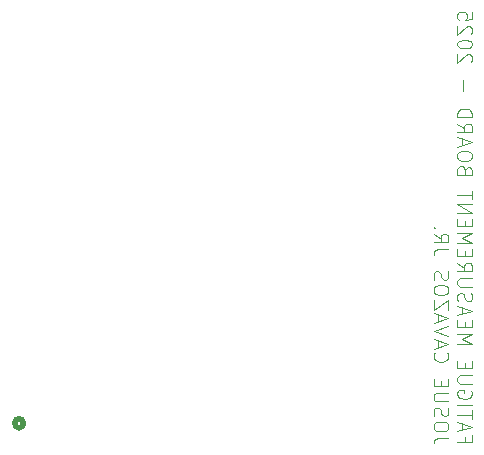
<source format=gbr>
%TF.GenerationSoftware,KiCad,Pcbnew,9.0.0*%
%TF.CreationDate,2025-02-25T08:09:40-06:00*%
%TF.ProjectId,Fatigue Test Board,46617469-6775-4652-9054-65737420426f,-*%
%TF.SameCoordinates,Original*%
%TF.FileFunction,Legend,Bot*%
%TF.FilePolarity,Positive*%
%FSLAX46Y46*%
G04 Gerber Fmt 4.6, Leading zero omitted, Abs format (unit mm)*
G04 Created by KiCad (PCBNEW 9.0.0) date 2025-02-25 08:09:40*
%MOMM*%
%LPD*%
G01*
G04 APERTURE LIST*
%ADD10C,0.125000*%
%ADD11C,0.508000*%
G04 APERTURE END LIST*
D10*
X169041668Y-128385978D02*
X169041668Y-128802644D01*
X168386906Y-128802644D02*
X169636906Y-128802644D01*
X169636906Y-128802644D02*
X169636906Y-128207406D01*
X168744049Y-127790739D02*
X168744049Y-127195501D01*
X168386906Y-127909787D02*
X169636906Y-127493120D01*
X169636906Y-127493120D02*
X168386906Y-127076454D01*
X169636906Y-126838358D02*
X169636906Y-126124072D01*
X168386906Y-126481215D02*
X169636906Y-126481215D01*
X168386906Y-125707405D02*
X169636906Y-125707405D01*
X169577382Y-124457406D02*
X169636906Y-124576453D01*
X169636906Y-124576453D02*
X169636906Y-124755025D01*
X169636906Y-124755025D02*
X169577382Y-124933596D01*
X169577382Y-124933596D02*
X169458334Y-125052644D01*
X169458334Y-125052644D02*
X169339287Y-125112167D01*
X169339287Y-125112167D02*
X169101191Y-125171691D01*
X169101191Y-125171691D02*
X168922620Y-125171691D01*
X168922620Y-125171691D02*
X168684525Y-125112167D01*
X168684525Y-125112167D02*
X168565477Y-125052644D01*
X168565477Y-125052644D02*
X168446430Y-124933596D01*
X168446430Y-124933596D02*
X168386906Y-124755025D01*
X168386906Y-124755025D02*
X168386906Y-124635977D01*
X168386906Y-124635977D02*
X168446430Y-124457406D01*
X168446430Y-124457406D02*
X168505953Y-124397882D01*
X168505953Y-124397882D02*
X168922620Y-124397882D01*
X168922620Y-124397882D02*
X168922620Y-124635977D01*
X169636906Y-123862167D02*
X168625001Y-123862167D01*
X168625001Y-123862167D02*
X168505953Y-123802644D01*
X168505953Y-123802644D02*
X168446430Y-123743120D01*
X168446430Y-123743120D02*
X168386906Y-123624072D01*
X168386906Y-123624072D02*
X168386906Y-123385977D01*
X168386906Y-123385977D02*
X168446430Y-123266929D01*
X168446430Y-123266929D02*
X168505953Y-123207406D01*
X168505953Y-123207406D02*
X168625001Y-123147882D01*
X168625001Y-123147882D02*
X169636906Y-123147882D01*
X169041668Y-122552643D02*
X169041668Y-122135977D01*
X168386906Y-121957405D02*
X168386906Y-122552643D01*
X168386906Y-122552643D02*
X169636906Y-122552643D01*
X169636906Y-122552643D02*
X169636906Y-121957405D01*
X168386906Y-120469310D02*
X169636906Y-120469310D01*
X169636906Y-120469310D02*
X168744049Y-120052644D01*
X168744049Y-120052644D02*
X169636906Y-119635977D01*
X169636906Y-119635977D02*
X168386906Y-119635977D01*
X169041668Y-119040739D02*
X169041668Y-118624073D01*
X168386906Y-118445501D02*
X168386906Y-119040739D01*
X168386906Y-119040739D02*
X169636906Y-119040739D01*
X169636906Y-119040739D02*
X169636906Y-118445501D01*
X168744049Y-117969311D02*
X168744049Y-117374073D01*
X168386906Y-118088359D02*
X169636906Y-117671692D01*
X169636906Y-117671692D02*
X168386906Y-117255026D01*
X168446430Y-116897882D02*
X168386906Y-116719311D01*
X168386906Y-116719311D02*
X168386906Y-116421692D01*
X168386906Y-116421692D02*
X168446430Y-116302644D01*
X168446430Y-116302644D02*
X168505953Y-116243120D01*
X168505953Y-116243120D02*
X168625001Y-116183597D01*
X168625001Y-116183597D02*
X168744049Y-116183597D01*
X168744049Y-116183597D02*
X168863096Y-116243120D01*
X168863096Y-116243120D02*
X168922620Y-116302644D01*
X168922620Y-116302644D02*
X168982144Y-116421692D01*
X168982144Y-116421692D02*
X169041668Y-116659787D01*
X169041668Y-116659787D02*
X169101191Y-116778835D01*
X169101191Y-116778835D02*
X169160715Y-116838358D01*
X169160715Y-116838358D02*
X169279763Y-116897882D01*
X169279763Y-116897882D02*
X169398810Y-116897882D01*
X169398810Y-116897882D02*
X169517858Y-116838358D01*
X169517858Y-116838358D02*
X169577382Y-116778835D01*
X169577382Y-116778835D02*
X169636906Y-116659787D01*
X169636906Y-116659787D02*
X169636906Y-116362168D01*
X169636906Y-116362168D02*
X169577382Y-116183597D01*
X169636906Y-115647882D02*
X168625001Y-115647882D01*
X168625001Y-115647882D02*
X168505953Y-115588359D01*
X168505953Y-115588359D02*
X168446430Y-115528835D01*
X168446430Y-115528835D02*
X168386906Y-115409787D01*
X168386906Y-115409787D02*
X168386906Y-115171692D01*
X168386906Y-115171692D02*
X168446430Y-115052644D01*
X168446430Y-115052644D02*
X168505953Y-114993121D01*
X168505953Y-114993121D02*
X168625001Y-114933597D01*
X168625001Y-114933597D02*
X169636906Y-114933597D01*
X168386906Y-113624073D02*
X168982144Y-114040739D01*
X168386906Y-114338358D02*
X169636906Y-114338358D01*
X169636906Y-114338358D02*
X169636906Y-113862168D01*
X169636906Y-113862168D02*
X169577382Y-113743120D01*
X169577382Y-113743120D02*
X169517858Y-113683597D01*
X169517858Y-113683597D02*
X169398810Y-113624073D01*
X169398810Y-113624073D02*
X169220239Y-113624073D01*
X169220239Y-113624073D02*
X169101191Y-113683597D01*
X169101191Y-113683597D02*
X169041668Y-113743120D01*
X169041668Y-113743120D02*
X168982144Y-113862168D01*
X168982144Y-113862168D02*
X168982144Y-114338358D01*
X169041668Y-113088358D02*
X169041668Y-112671692D01*
X168386906Y-112493120D02*
X168386906Y-113088358D01*
X168386906Y-113088358D02*
X169636906Y-113088358D01*
X169636906Y-113088358D02*
X169636906Y-112493120D01*
X168386906Y-111957406D02*
X169636906Y-111957406D01*
X169636906Y-111957406D02*
X168744049Y-111540740D01*
X168744049Y-111540740D02*
X169636906Y-111124073D01*
X169636906Y-111124073D02*
X168386906Y-111124073D01*
X169041668Y-110528835D02*
X169041668Y-110112169D01*
X168386906Y-109933597D02*
X168386906Y-110528835D01*
X168386906Y-110528835D02*
X169636906Y-110528835D01*
X169636906Y-110528835D02*
X169636906Y-109933597D01*
X168386906Y-109397883D02*
X169636906Y-109397883D01*
X169636906Y-109397883D02*
X168386906Y-108683598D01*
X168386906Y-108683598D02*
X169636906Y-108683598D01*
X169636906Y-108266931D02*
X169636906Y-107552645D01*
X168386906Y-107909788D02*
X169636906Y-107909788D01*
X169041668Y-105766931D02*
X168982144Y-105588359D01*
X168982144Y-105588359D02*
X168922620Y-105528836D01*
X168922620Y-105528836D02*
X168803572Y-105469312D01*
X168803572Y-105469312D02*
X168625001Y-105469312D01*
X168625001Y-105469312D02*
X168505953Y-105528836D01*
X168505953Y-105528836D02*
X168446430Y-105588359D01*
X168446430Y-105588359D02*
X168386906Y-105707407D01*
X168386906Y-105707407D02*
X168386906Y-106183597D01*
X168386906Y-106183597D02*
X169636906Y-106183597D01*
X169636906Y-106183597D02*
X169636906Y-105766931D01*
X169636906Y-105766931D02*
X169577382Y-105647883D01*
X169577382Y-105647883D02*
X169517858Y-105588359D01*
X169517858Y-105588359D02*
X169398810Y-105528836D01*
X169398810Y-105528836D02*
X169279763Y-105528836D01*
X169279763Y-105528836D02*
X169160715Y-105588359D01*
X169160715Y-105588359D02*
X169101191Y-105647883D01*
X169101191Y-105647883D02*
X169041668Y-105766931D01*
X169041668Y-105766931D02*
X169041668Y-106183597D01*
X169636906Y-104695502D02*
X169636906Y-104457407D01*
X169636906Y-104457407D02*
X169577382Y-104338359D01*
X169577382Y-104338359D02*
X169458334Y-104219312D01*
X169458334Y-104219312D02*
X169220239Y-104159788D01*
X169220239Y-104159788D02*
X168803572Y-104159788D01*
X168803572Y-104159788D02*
X168565477Y-104219312D01*
X168565477Y-104219312D02*
X168446430Y-104338359D01*
X168446430Y-104338359D02*
X168386906Y-104457407D01*
X168386906Y-104457407D02*
X168386906Y-104695502D01*
X168386906Y-104695502D02*
X168446430Y-104814550D01*
X168446430Y-104814550D02*
X168565477Y-104933597D01*
X168565477Y-104933597D02*
X168803572Y-104993121D01*
X168803572Y-104993121D02*
X169220239Y-104993121D01*
X169220239Y-104993121D02*
X169458334Y-104933597D01*
X169458334Y-104933597D02*
X169577382Y-104814550D01*
X169577382Y-104814550D02*
X169636906Y-104695502D01*
X168744049Y-103683597D02*
X168744049Y-103088359D01*
X168386906Y-103802645D02*
X169636906Y-103385978D01*
X169636906Y-103385978D02*
X168386906Y-102969312D01*
X168386906Y-101838359D02*
X168982144Y-102255025D01*
X168386906Y-102552644D02*
X169636906Y-102552644D01*
X169636906Y-102552644D02*
X169636906Y-102076454D01*
X169636906Y-102076454D02*
X169577382Y-101957406D01*
X169577382Y-101957406D02*
X169517858Y-101897883D01*
X169517858Y-101897883D02*
X169398810Y-101838359D01*
X169398810Y-101838359D02*
X169220239Y-101838359D01*
X169220239Y-101838359D02*
X169101191Y-101897883D01*
X169101191Y-101897883D02*
X169041668Y-101957406D01*
X169041668Y-101957406D02*
X168982144Y-102076454D01*
X168982144Y-102076454D02*
X168982144Y-102552644D01*
X168386906Y-101302644D02*
X169636906Y-101302644D01*
X169636906Y-101302644D02*
X169636906Y-101005025D01*
X169636906Y-101005025D02*
X169577382Y-100826454D01*
X169577382Y-100826454D02*
X169458334Y-100707406D01*
X169458334Y-100707406D02*
X169339287Y-100647883D01*
X169339287Y-100647883D02*
X169101191Y-100588359D01*
X169101191Y-100588359D02*
X168922620Y-100588359D01*
X168922620Y-100588359D02*
X168684525Y-100647883D01*
X168684525Y-100647883D02*
X168565477Y-100707406D01*
X168565477Y-100707406D02*
X168446430Y-100826454D01*
X168446430Y-100826454D02*
X168386906Y-101005025D01*
X168386906Y-101005025D02*
X168386906Y-101302644D01*
X168863096Y-99100263D02*
X168863096Y-98147883D01*
X169517858Y-96659787D02*
X169577382Y-96600263D01*
X169577382Y-96600263D02*
X169636906Y-96481216D01*
X169636906Y-96481216D02*
X169636906Y-96183597D01*
X169636906Y-96183597D02*
X169577382Y-96064549D01*
X169577382Y-96064549D02*
X169517858Y-96005025D01*
X169517858Y-96005025D02*
X169398810Y-95945502D01*
X169398810Y-95945502D02*
X169279763Y-95945502D01*
X169279763Y-95945502D02*
X169101191Y-96005025D01*
X169101191Y-96005025D02*
X168386906Y-96719311D01*
X168386906Y-96719311D02*
X168386906Y-95945502D01*
X169636906Y-95171692D02*
X169636906Y-95052645D01*
X169636906Y-95052645D02*
X169577382Y-94933597D01*
X169577382Y-94933597D02*
X169517858Y-94874073D01*
X169517858Y-94874073D02*
X169398810Y-94814549D01*
X169398810Y-94814549D02*
X169160715Y-94755026D01*
X169160715Y-94755026D02*
X168863096Y-94755026D01*
X168863096Y-94755026D02*
X168625001Y-94814549D01*
X168625001Y-94814549D02*
X168505953Y-94874073D01*
X168505953Y-94874073D02*
X168446430Y-94933597D01*
X168446430Y-94933597D02*
X168386906Y-95052645D01*
X168386906Y-95052645D02*
X168386906Y-95171692D01*
X168386906Y-95171692D02*
X168446430Y-95290740D01*
X168446430Y-95290740D02*
X168505953Y-95350264D01*
X168505953Y-95350264D02*
X168625001Y-95409787D01*
X168625001Y-95409787D02*
X168863096Y-95469311D01*
X168863096Y-95469311D02*
X169160715Y-95469311D01*
X169160715Y-95469311D02*
X169398810Y-95409787D01*
X169398810Y-95409787D02*
X169517858Y-95350264D01*
X169517858Y-95350264D02*
X169577382Y-95290740D01*
X169577382Y-95290740D02*
X169636906Y-95171692D01*
X169517858Y-94278835D02*
X169577382Y-94219311D01*
X169577382Y-94219311D02*
X169636906Y-94100264D01*
X169636906Y-94100264D02*
X169636906Y-93802645D01*
X169636906Y-93802645D02*
X169577382Y-93683597D01*
X169577382Y-93683597D02*
X169517858Y-93624073D01*
X169517858Y-93624073D02*
X169398810Y-93564550D01*
X169398810Y-93564550D02*
X169279763Y-93564550D01*
X169279763Y-93564550D02*
X169101191Y-93624073D01*
X169101191Y-93624073D02*
X168386906Y-94338359D01*
X168386906Y-94338359D02*
X168386906Y-93564550D01*
X169636906Y-92433597D02*
X169636906Y-93028835D01*
X169636906Y-93028835D02*
X169041668Y-93088359D01*
X169041668Y-93088359D02*
X169101191Y-93028835D01*
X169101191Y-93028835D02*
X169160715Y-92909788D01*
X169160715Y-92909788D02*
X169160715Y-92612169D01*
X169160715Y-92612169D02*
X169101191Y-92493121D01*
X169101191Y-92493121D02*
X169041668Y-92433597D01*
X169041668Y-92433597D02*
X168922620Y-92374074D01*
X168922620Y-92374074D02*
X168625001Y-92374074D01*
X168625001Y-92374074D02*
X168505953Y-92433597D01*
X168505953Y-92433597D02*
X168446430Y-92493121D01*
X168446430Y-92493121D02*
X168386906Y-92612169D01*
X168386906Y-92612169D02*
X168386906Y-92909788D01*
X168386906Y-92909788D02*
X168446430Y-93028835D01*
X168446430Y-93028835D02*
X168505953Y-93088359D01*
X167624476Y-128445502D02*
X166731619Y-128445502D01*
X166731619Y-128445502D02*
X166553047Y-128505025D01*
X166553047Y-128505025D02*
X166434000Y-128624073D01*
X166434000Y-128624073D02*
X166374476Y-128802644D01*
X166374476Y-128802644D02*
X166374476Y-128921692D01*
X167624476Y-127612168D02*
X167624476Y-127374073D01*
X167624476Y-127374073D02*
X167564952Y-127255025D01*
X167564952Y-127255025D02*
X167445904Y-127135978D01*
X167445904Y-127135978D02*
X167207809Y-127076454D01*
X167207809Y-127076454D02*
X166791142Y-127076454D01*
X166791142Y-127076454D02*
X166553047Y-127135978D01*
X166553047Y-127135978D02*
X166434000Y-127255025D01*
X166434000Y-127255025D02*
X166374476Y-127374073D01*
X166374476Y-127374073D02*
X166374476Y-127612168D01*
X166374476Y-127612168D02*
X166434000Y-127731216D01*
X166434000Y-127731216D02*
X166553047Y-127850263D01*
X166553047Y-127850263D02*
X166791142Y-127909787D01*
X166791142Y-127909787D02*
X167207809Y-127909787D01*
X167207809Y-127909787D02*
X167445904Y-127850263D01*
X167445904Y-127850263D02*
X167564952Y-127731216D01*
X167564952Y-127731216D02*
X167624476Y-127612168D01*
X166434000Y-126600263D02*
X166374476Y-126421692D01*
X166374476Y-126421692D02*
X166374476Y-126124073D01*
X166374476Y-126124073D02*
X166434000Y-126005025D01*
X166434000Y-126005025D02*
X166493523Y-125945501D01*
X166493523Y-125945501D02*
X166612571Y-125885978D01*
X166612571Y-125885978D02*
X166731619Y-125885978D01*
X166731619Y-125885978D02*
X166850666Y-125945501D01*
X166850666Y-125945501D02*
X166910190Y-126005025D01*
X166910190Y-126005025D02*
X166969714Y-126124073D01*
X166969714Y-126124073D02*
X167029238Y-126362168D01*
X167029238Y-126362168D02*
X167088761Y-126481216D01*
X167088761Y-126481216D02*
X167148285Y-126540739D01*
X167148285Y-126540739D02*
X167267333Y-126600263D01*
X167267333Y-126600263D02*
X167386380Y-126600263D01*
X167386380Y-126600263D02*
X167505428Y-126540739D01*
X167505428Y-126540739D02*
X167564952Y-126481216D01*
X167564952Y-126481216D02*
X167624476Y-126362168D01*
X167624476Y-126362168D02*
X167624476Y-126064549D01*
X167624476Y-126064549D02*
X167564952Y-125885978D01*
X167624476Y-125350263D02*
X166612571Y-125350263D01*
X166612571Y-125350263D02*
X166493523Y-125290740D01*
X166493523Y-125290740D02*
X166434000Y-125231216D01*
X166434000Y-125231216D02*
X166374476Y-125112168D01*
X166374476Y-125112168D02*
X166374476Y-124874073D01*
X166374476Y-124874073D02*
X166434000Y-124755025D01*
X166434000Y-124755025D02*
X166493523Y-124695502D01*
X166493523Y-124695502D02*
X166612571Y-124635978D01*
X166612571Y-124635978D02*
X167624476Y-124635978D01*
X167029238Y-124040739D02*
X167029238Y-123624073D01*
X166374476Y-123445501D02*
X166374476Y-124040739D01*
X166374476Y-124040739D02*
X167624476Y-124040739D01*
X167624476Y-124040739D02*
X167624476Y-123445501D01*
X166493523Y-121243121D02*
X166434000Y-121302645D01*
X166434000Y-121302645D02*
X166374476Y-121481216D01*
X166374476Y-121481216D02*
X166374476Y-121600264D01*
X166374476Y-121600264D02*
X166434000Y-121778835D01*
X166434000Y-121778835D02*
X166553047Y-121897883D01*
X166553047Y-121897883D02*
X166672095Y-121957406D01*
X166672095Y-121957406D02*
X166910190Y-122016930D01*
X166910190Y-122016930D02*
X167088761Y-122016930D01*
X167088761Y-122016930D02*
X167326857Y-121957406D01*
X167326857Y-121957406D02*
X167445904Y-121897883D01*
X167445904Y-121897883D02*
X167564952Y-121778835D01*
X167564952Y-121778835D02*
X167624476Y-121600264D01*
X167624476Y-121600264D02*
X167624476Y-121481216D01*
X167624476Y-121481216D02*
X167564952Y-121302645D01*
X167564952Y-121302645D02*
X167505428Y-121243121D01*
X166731619Y-120766930D02*
X166731619Y-120171692D01*
X166374476Y-120885978D02*
X167624476Y-120469311D01*
X167624476Y-120469311D02*
X166374476Y-120052645D01*
X167624476Y-119814549D02*
X166374476Y-119397882D01*
X166374476Y-119397882D02*
X167624476Y-118981216D01*
X166731619Y-118624072D02*
X166731619Y-118028834D01*
X166374476Y-118743120D02*
X167624476Y-118326453D01*
X167624476Y-118326453D02*
X166374476Y-117909787D01*
X167624476Y-117612167D02*
X167624476Y-116778834D01*
X167624476Y-116778834D02*
X166374476Y-117612167D01*
X166374476Y-117612167D02*
X166374476Y-116778834D01*
X167624476Y-116064548D02*
X167624476Y-115826453D01*
X167624476Y-115826453D02*
X167564952Y-115707405D01*
X167564952Y-115707405D02*
X167445904Y-115588358D01*
X167445904Y-115588358D02*
X167207809Y-115528834D01*
X167207809Y-115528834D02*
X166791142Y-115528834D01*
X166791142Y-115528834D02*
X166553047Y-115588358D01*
X166553047Y-115588358D02*
X166434000Y-115707405D01*
X166434000Y-115707405D02*
X166374476Y-115826453D01*
X166374476Y-115826453D02*
X166374476Y-116064548D01*
X166374476Y-116064548D02*
X166434000Y-116183596D01*
X166434000Y-116183596D02*
X166553047Y-116302643D01*
X166553047Y-116302643D02*
X166791142Y-116362167D01*
X166791142Y-116362167D02*
X167207809Y-116362167D01*
X167207809Y-116362167D02*
X167445904Y-116302643D01*
X167445904Y-116302643D02*
X167564952Y-116183596D01*
X167564952Y-116183596D02*
X167624476Y-116064548D01*
X166434000Y-115052643D02*
X166374476Y-114874072D01*
X166374476Y-114874072D02*
X166374476Y-114576453D01*
X166374476Y-114576453D02*
X166434000Y-114457405D01*
X166434000Y-114457405D02*
X166493523Y-114397881D01*
X166493523Y-114397881D02*
X166612571Y-114338358D01*
X166612571Y-114338358D02*
X166731619Y-114338358D01*
X166731619Y-114338358D02*
X166850666Y-114397881D01*
X166850666Y-114397881D02*
X166910190Y-114457405D01*
X166910190Y-114457405D02*
X166969714Y-114576453D01*
X166969714Y-114576453D02*
X167029238Y-114814548D01*
X167029238Y-114814548D02*
X167088761Y-114933596D01*
X167088761Y-114933596D02*
X167148285Y-114993119D01*
X167148285Y-114993119D02*
X167267333Y-115052643D01*
X167267333Y-115052643D02*
X167386380Y-115052643D01*
X167386380Y-115052643D02*
X167505428Y-114993119D01*
X167505428Y-114993119D02*
X167564952Y-114933596D01*
X167564952Y-114933596D02*
X167624476Y-114814548D01*
X167624476Y-114814548D02*
X167624476Y-114516929D01*
X167624476Y-114516929D02*
X167564952Y-114338358D01*
X167624476Y-112493120D02*
X166731619Y-112493120D01*
X166731619Y-112493120D02*
X166553047Y-112552643D01*
X166553047Y-112552643D02*
X166434000Y-112671691D01*
X166434000Y-112671691D02*
X166374476Y-112850262D01*
X166374476Y-112850262D02*
X166374476Y-112969310D01*
X166374476Y-111183596D02*
X166969714Y-111600262D01*
X166374476Y-111897881D02*
X167624476Y-111897881D01*
X167624476Y-111897881D02*
X167624476Y-111421691D01*
X167624476Y-111421691D02*
X167564952Y-111302643D01*
X167564952Y-111302643D02*
X167505428Y-111243120D01*
X167505428Y-111243120D02*
X167386380Y-111183596D01*
X167386380Y-111183596D02*
X167207809Y-111183596D01*
X167207809Y-111183596D02*
X167088761Y-111243120D01*
X167088761Y-111243120D02*
X167029238Y-111302643D01*
X167029238Y-111302643D02*
X166969714Y-111421691D01*
X166969714Y-111421691D02*
X166969714Y-111897881D01*
X166493523Y-110647881D02*
X166434000Y-110588358D01*
X166434000Y-110588358D02*
X166374476Y-110647881D01*
X166374476Y-110647881D02*
X166434000Y-110707405D01*
X166434000Y-110707405D02*
X166493523Y-110647881D01*
X166493523Y-110647881D02*
X166374476Y-110647881D01*
D11*
%TO.C,J300*%
X131655500Y-127210903D02*
G75*
G02*
X130893500Y-127210903I-381000J0D01*
G01*
X130893500Y-127210903D02*
G75*
G02*
X131655500Y-127210903I381000J0D01*
G01*
%TD*%
M02*

</source>
